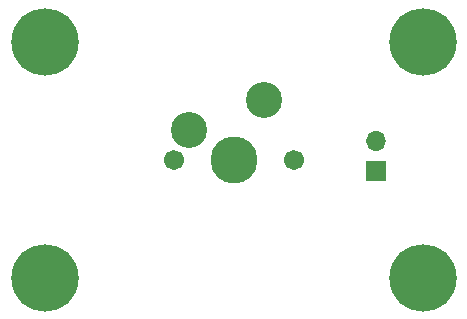
<source format=gbr>
%TF.GenerationSoftware,KiCad,Pcbnew,(5.99.0-9519-ga70106a3bd)*%
%TF.CreationDate,2021-04-17T12:17:53-04:00*%
%TF.ProjectId,hotswap-board,686f7473-7761-4702-9d62-6f6172642e6b,rev?*%
%TF.SameCoordinates,Original*%
%TF.FileFunction,Soldermask,Top*%
%TF.FilePolarity,Negative*%
%FSLAX46Y46*%
G04 Gerber Fmt 4.6, Leading zero omitted, Abs format (unit mm)*
G04 Created by KiCad (PCBNEW (5.99.0-9519-ga70106a3bd)) date 2021-04-17 12:17:53*
%MOMM*%
%LPD*%
G01*
G04 APERTURE LIST*
%ADD10C,5.700000*%
%ADD11R,1.700000X1.700000*%
%ADD12O,1.700000X1.700000*%
%ADD13C,1.701800*%
%ADD14C,3.987800*%
%ADD15C,3.048000*%
G04 APERTURE END LIST*
D10*
%TO.C,H4*%
X-16000000Y-10000000D03*
%TD*%
%TO.C,H2*%
X16000000Y-10000000D03*
%TD*%
%TO.C,H3*%
X-16000000Y10000000D03*
%TD*%
%TO.C,H1*%
X16000000Y10000000D03*
%TD*%
D11*
%TO.C,J1*%
X12000000Y-1000000D03*
D12*
X12000000Y1540000D03*
%TD*%
D13*
%TO.C,SW1*%
X-5080000Y0D03*
X5080000Y0D03*
D14*
X0Y0D03*
D15*
X-3810000Y2540000D03*
X2540000Y5080000D03*
%TD*%
M02*

</source>
